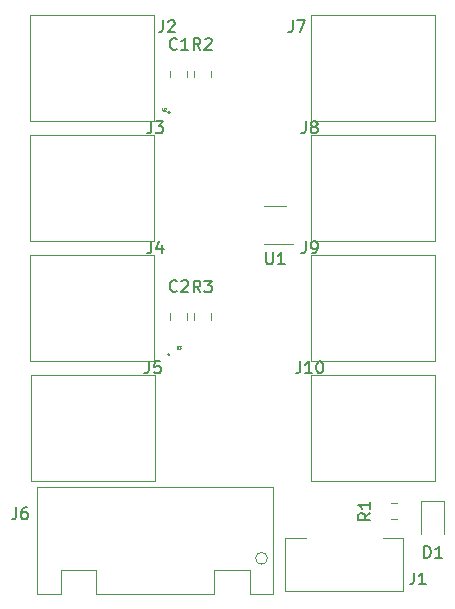
<source format=gbr>
G04 #@! TF.GenerationSoftware,KiCad,Pcbnew,(5.1.0)-1*
G04 #@! TF.CreationDate,2020-02-18T23:46:36-06:00*
G04 #@! TF.ProjectId,USBMuxV1,5553424d-7578-4563-912e-6b696361645f,rev?*
G04 #@! TF.SameCoordinates,Original*
G04 #@! TF.FileFunction,Legend,Top*
G04 #@! TF.FilePolarity,Positive*
%FSLAX46Y46*%
G04 Gerber Fmt 4.6, Leading zero omitted, Abs format (unit mm)*
G04 Created by KiCad (PCBNEW (5.1.0)-1) date 2020-02-18 23:46:36*
%MOMM*%
%LPD*%
G04 APERTURE LIST*
%ADD10C,0.120000*%
%ADD11C,0.127000*%
%ADD12C,0.150000*%
%ADD13C,0.015000*%
G04 APERTURE END LIST*
D10*
X142250000Y-133750000D02*
X144000000Y-133750000D01*
X144000000Y-133750000D02*
X144000000Y-138250000D01*
X144000000Y-138250000D02*
X134000000Y-138250000D01*
X134000000Y-138250000D02*
X134000000Y-133750000D01*
X134000000Y-133750000D02*
X135750000Y-133750000D01*
D11*
X124220709Y-97750000D02*
G75*
G03X124220709Y-97750000I-70709J0D01*
G01*
X124220709Y-118250000D02*
G75*
G03X124220709Y-118250000I-70709J0D01*
G01*
D10*
X125710000Y-94786252D02*
X125710000Y-94263748D01*
X124290000Y-94786252D02*
X124290000Y-94263748D01*
X125710000Y-115286252D02*
X125710000Y-114763748D01*
X124290000Y-115286252D02*
X124290000Y-114763748D01*
X113000000Y-136000000D02*
X113000000Y-130000000D01*
X133000000Y-136000000D02*
X133000000Y-130000000D01*
X113000000Y-129500000D02*
X133000000Y-129500000D01*
X113000000Y-138500000D02*
X113000000Y-136000000D01*
X113000000Y-129500000D02*
X113000000Y-130000000D01*
X133000000Y-129500000D02*
X133000000Y-130000000D01*
X113000000Y-138500000D02*
X115000000Y-138500000D01*
X115000000Y-138500000D02*
X115000000Y-136500000D01*
X115000000Y-136500000D02*
X118000000Y-136500000D01*
X118000000Y-136500000D02*
X118000000Y-138500000D01*
X118000000Y-138500000D02*
X123000000Y-138500000D01*
X123000000Y-138500000D02*
X128000000Y-138500000D01*
X128000000Y-138500000D02*
X128000000Y-136500000D01*
X128000000Y-136500000D02*
X131000000Y-136500000D01*
X131000000Y-136500000D02*
X131000000Y-138500000D01*
X131000000Y-138500000D02*
X133000000Y-138500000D01*
X133000000Y-138500000D02*
X133000000Y-136000000D01*
X132500000Y-135500000D02*
G75*
G03X132500000Y-135500000I-500000J0D01*
G01*
X122920000Y-89480000D02*
X122920000Y-98480000D01*
X112420000Y-89480000D02*
X122920000Y-89480000D01*
X112420000Y-98480000D02*
X112420000Y-89480000D01*
X122920000Y-98480000D02*
X112420000Y-98480000D01*
X122920000Y-99640000D02*
X122920000Y-108640000D01*
X112420000Y-99640000D02*
X122920000Y-99640000D01*
X112420000Y-108640000D02*
X112420000Y-99640000D01*
X122920000Y-108640000D02*
X112420000Y-108640000D01*
X122920000Y-109800000D02*
X122920000Y-118800000D01*
X112420000Y-109800000D02*
X122920000Y-109800000D01*
X112420000Y-118800000D02*
X112420000Y-109800000D01*
X122920000Y-118800000D02*
X112420000Y-118800000D01*
X123000000Y-119960000D02*
X123000000Y-128960000D01*
X112500000Y-119960000D02*
X123000000Y-119960000D01*
X112500000Y-128960000D02*
X112500000Y-119960000D01*
X123000000Y-128960000D02*
X112500000Y-128960000D01*
X136160000Y-98480000D02*
X136160000Y-89480000D01*
X146660000Y-98480000D02*
X136160000Y-98480000D01*
X146660000Y-89480000D02*
X146660000Y-98480000D01*
X136160000Y-89480000D02*
X146660000Y-89480000D01*
X136160000Y-108640000D02*
X136160000Y-99640000D01*
X146660000Y-108640000D02*
X136160000Y-108640000D01*
X146660000Y-99640000D02*
X146660000Y-108640000D01*
X136160000Y-99640000D02*
X146660000Y-99640000D01*
X136160000Y-118800000D02*
X136160000Y-109800000D01*
X146660000Y-118800000D02*
X136160000Y-118800000D01*
X146660000Y-109800000D02*
X146660000Y-118800000D01*
X136160000Y-109800000D02*
X146660000Y-109800000D01*
X136160000Y-128960000D02*
X136160000Y-119960000D01*
X146660000Y-128960000D02*
X136160000Y-128960000D01*
X146660000Y-119960000D02*
X146660000Y-128960000D01*
X136160000Y-119960000D02*
X146660000Y-119960000D01*
X147460000Y-133475000D02*
X147460000Y-130615000D01*
X147460000Y-130615000D02*
X145540000Y-130615000D01*
X145540000Y-130615000D02*
X145540000Y-133475000D01*
X142963748Y-130790000D02*
X143486252Y-130790000D01*
X142963748Y-132210000D02*
X143486252Y-132210000D01*
X127710000Y-94786252D02*
X127710000Y-94263748D01*
X126290000Y-94786252D02*
X126290000Y-94263748D01*
X126290000Y-115286252D02*
X126290000Y-114763748D01*
X127710000Y-115286252D02*
X127710000Y-114763748D01*
X134050000Y-105640000D02*
X132250000Y-105640000D01*
X132250000Y-108860000D02*
X134700000Y-108860000D01*
D12*
X144916666Y-136702380D02*
X144916666Y-137416666D01*
X144869047Y-137559523D01*
X144773809Y-137654761D01*
X144630952Y-137702380D01*
X144535714Y-137702380D01*
X145916666Y-137702380D02*
X145345238Y-137702380D01*
X145630952Y-137702380D02*
X145630952Y-136702380D01*
X145535714Y-136845238D01*
X145440476Y-136940476D01*
X145345238Y-136988095D01*
D13*
X123597552Y-97390428D02*
X123597552Y-97552404D01*
X123607080Y-97571460D01*
X123616608Y-97580988D01*
X123635664Y-97590516D01*
X123673776Y-97590516D01*
X123692832Y-97580988D01*
X123702360Y-97571460D01*
X123711888Y-97552404D01*
X123711888Y-97390428D01*
X123797640Y-97409484D02*
X123807168Y-97399956D01*
X123826224Y-97390428D01*
X123873864Y-97390428D01*
X123892920Y-97399956D01*
X123902448Y-97409484D01*
X123911976Y-97428540D01*
X123911976Y-97447596D01*
X123902448Y-97476180D01*
X123788112Y-97590516D01*
X123911976Y-97590516D01*
X124832545Y-117562622D02*
X124832545Y-117724598D01*
X124842073Y-117743654D01*
X124851601Y-117753182D01*
X124870657Y-117762710D01*
X124908769Y-117762710D01*
X124927825Y-117753182D01*
X124937353Y-117743654D01*
X124946881Y-117724598D01*
X124946881Y-117562622D01*
X125023105Y-117562622D02*
X125146969Y-117562622D01*
X125080273Y-117638846D01*
X125108857Y-117638846D01*
X125127913Y-117648374D01*
X125137441Y-117657902D01*
X125146969Y-117676958D01*
X125146969Y-117724598D01*
X125137441Y-117743654D01*
X125127913Y-117753182D01*
X125108857Y-117762710D01*
X125051689Y-117762710D01*
X125032633Y-117753182D01*
X125023105Y-117743654D01*
D12*
X124833333Y-92357142D02*
X124785714Y-92404761D01*
X124642857Y-92452380D01*
X124547619Y-92452380D01*
X124404761Y-92404761D01*
X124309523Y-92309523D01*
X124261904Y-92214285D01*
X124214285Y-92023809D01*
X124214285Y-91880952D01*
X124261904Y-91690476D01*
X124309523Y-91595238D01*
X124404761Y-91500000D01*
X124547619Y-91452380D01*
X124642857Y-91452380D01*
X124785714Y-91500000D01*
X124833333Y-91547619D01*
X125785714Y-92452380D02*
X125214285Y-92452380D01*
X125500000Y-92452380D02*
X125500000Y-91452380D01*
X125404761Y-91595238D01*
X125309523Y-91690476D01*
X125214285Y-91738095D01*
X124833333Y-112857142D02*
X124785714Y-112904761D01*
X124642857Y-112952380D01*
X124547619Y-112952380D01*
X124404761Y-112904761D01*
X124309523Y-112809523D01*
X124261904Y-112714285D01*
X124214285Y-112523809D01*
X124214285Y-112380952D01*
X124261904Y-112190476D01*
X124309523Y-112095238D01*
X124404761Y-112000000D01*
X124547619Y-111952380D01*
X124642857Y-111952380D01*
X124785714Y-112000000D01*
X124833333Y-112047619D01*
X125214285Y-112047619D02*
X125261904Y-112000000D01*
X125357142Y-111952380D01*
X125595238Y-111952380D01*
X125690476Y-112000000D01*
X125738095Y-112047619D01*
X125785714Y-112142857D01*
X125785714Y-112238095D01*
X125738095Y-112380952D01*
X125166666Y-112952380D01*
X125785714Y-112952380D01*
X111236666Y-131182380D02*
X111236666Y-131896666D01*
X111189047Y-132039523D01*
X111093809Y-132134761D01*
X110950952Y-132182380D01*
X110855714Y-132182380D01*
X112141428Y-131182380D02*
X111950952Y-131182380D01*
X111855714Y-131230000D01*
X111808095Y-131277619D01*
X111712857Y-131420476D01*
X111665238Y-131610952D01*
X111665238Y-131991904D01*
X111712857Y-132087142D01*
X111760476Y-132134761D01*
X111855714Y-132182380D01*
X112046190Y-132182380D01*
X112141428Y-132134761D01*
X112189047Y-132087142D01*
X112236666Y-131991904D01*
X112236666Y-131753809D01*
X112189047Y-131658571D01*
X112141428Y-131610952D01*
X112046190Y-131563333D01*
X111855714Y-131563333D01*
X111760476Y-131610952D01*
X111712857Y-131658571D01*
X111665238Y-131753809D01*
X123666666Y-89952380D02*
X123666666Y-90666666D01*
X123619047Y-90809523D01*
X123523809Y-90904761D01*
X123380952Y-90952380D01*
X123285714Y-90952380D01*
X124095238Y-90047619D02*
X124142857Y-90000000D01*
X124238095Y-89952380D01*
X124476190Y-89952380D01*
X124571428Y-90000000D01*
X124619047Y-90047619D01*
X124666666Y-90142857D01*
X124666666Y-90238095D01*
X124619047Y-90380952D01*
X124047619Y-90952380D01*
X124666666Y-90952380D01*
X122666666Y-98512380D02*
X122666666Y-99226666D01*
X122619047Y-99369523D01*
X122523809Y-99464761D01*
X122380952Y-99512380D01*
X122285714Y-99512380D01*
X123047619Y-98512380D02*
X123666666Y-98512380D01*
X123333333Y-98893333D01*
X123476190Y-98893333D01*
X123571428Y-98940952D01*
X123619047Y-98988571D01*
X123666666Y-99083809D01*
X123666666Y-99321904D01*
X123619047Y-99417142D01*
X123571428Y-99464761D01*
X123476190Y-99512380D01*
X123190476Y-99512380D01*
X123095238Y-99464761D01*
X123047619Y-99417142D01*
X122666666Y-108672380D02*
X122666666Y-109386666D01*
X122619047Y-109529523D01*
X122523809Y-109624761D01*
X122380952Y-109672380D01*
X122285714Y-109672380D01*
X123571428Y-109005714D02*
X123571428Y-109672380D01*
X123333333Y-108624761D02*
X123095238Y-109339047D01*
X123714285Y-109339047D01*
X122476666Y-118832380D02*
X122476666Y-119546666D01*
X122429047Y-119689523D01*
X122333809Y-119784761D01*
X122190952Y-119832380D01*
X122095714Y-119832380D01*
X123429047Y-118832380D02*
X122952857Y-118832380D01*
X122905238Y-119308571D01*
X122952857Y-119260952D01*
X123048095Y-119213333D01*
X123286190Y-119213333D01*
X123381428Y-119260952D01*
X123429047Y-119308571D01*
X123476666Y-119403809D01*
X123476666Y-119641904D01*
X123429047Y-119737142D01*
X123381428Y-119784761D01*
X123286190Y-119832380D01*
X123048095Y-119832380D01*
X122952857Y-119784761D01*
X122905238Y-119737142D01*
X134666666Y-89952380D02*
X134666666Y-90666666D01*
X134619047Y-90809523D01*
X134523809Y-90904761D01*
X134380952Y-90952380D01*
X134285714Y-90952380D01*
X135047619Y-89952380D02*
X135714285Y-89952380D01*
X135285714Y-90952380D01*
X135746666Y-98512380D02*
X135746666Y-99226666D01*
X135699047Y-99369523D01*
X135603809Y-99464761D01*
X135460952Y-99512380D01*
X135365714Y-99512380D01*
X136365714Y-98940952D02*
X136270476Y-98893333D01*
X136222857Y-98845714D01*
X136175238Y-98750476D01*
X136175238Y-98702857D01*
X136222857Y-98607619D01*
X136270476Y-98560000D01*
X136365714Y-98512380D01*
X136556190Y-98512380D01*
X136651428Y-98560000D01*
X136699047Y-98607619D01*
X136746666Y-98702857D01*
X136746666Y-98750476D01*
X136699047Y-98845714D01*
X136651428Y-98893333D01*
X136556190Y-98940952D01*
X136365714Y-98940952D01*
X136270476Y-98988571D01*
X136222857Y-99036190D01*
X136175238Y-99131428D01*
X136175238Y-99321904D01*
X136222857Y-99417142D01*
X136270476Y-99464761D01*
X136365714Y-99512380D01*
X136556190Y-99512380D01*
X136651428Y-99464761D01*
X136699047Y-99417142D01*
X136746666Y-99321904D01*
X136746666Y-99131428D01*
X136699047Y-99036190D01*
X136651428Y-98988571D01*
X136556190Y-98940952D01*
X135746666Y-108672380D02*
X135746666Y-109386666D01*
X135699047Y-109529523D01*
X135603809Y-109624761D01*
X135460952Y-109672380D01*
X135365714Y-109672380D01*
X136270476Y-109672380D02*
X136460952Y-109672380D01*
X136556190Y-109624761D01*
X136603809Y-109577142D01*
X136699047Y-109434285D01*
X136746666Y-109243809D01*
X136746666Y-108862857D01*
X136699047Y-108767619D01*
X136651428Y-108720000D01*
X136556190Y-108672380D01*
X136365714Y-108672380D01*
X136270476Y-108720000D01*
X136222857Y-108767619D01*
X136175238Y-108862857D01*
X136175238Y-109100952D01*
X136222857Y-109196190D01*
X136270476Y-109243809D01*
X136365714Y-109291428D01*
X136556190Y-109291428D01*
X136651428Y-109243809D01*
X136699047Y-109196190D01*
X136746666Y-109100952D01*
X135270476Y-118832380D02*
X135270476Y-119546666D01*
X135222857Y-119689523D01*
X135127619Y-119784761D01*
X134984761Y-119832380D01*
X134889523Y-119832380D01*
X136270476Y-119832380D02*
X135699047Y-119832380D01*
X135984761Y-119832380D02*
X135984761Y-118832380D01*
X135889523Y-118975238D01*
X135794285Y-119070476D01*
X135699047Y-119118095D01*
X136889523Y-118832380D02*
X136984761Y-118832380D01*
X137080000Y-118880000D01*
X137127619Y-118927619D01*
X137175238Y-119022857D01*
X137222857Y-119213333D01*
X137222857Y-119451428D01*
X137175238Y-119641904D01*
X137127619Y-119737142D01*
X137080000Y-119784761D01*
X136984761Y-119832380D01*
X136889523Y-119832380D01*
X136794285Y-119784761D01*
X136746666Y-119737142D01*
X136699047Y-119641904D01*
X136651428Y-119451428D01*
X136651428Y-119213333D01*
X136699047Y-119022857D01*
X136746666Y-118927619D01*
X136794285Y-118880000D01*
X136889523Y-118832380D01*
X145761904Y-135452380D02*
X145761904Y-134452380D01*
X146000000Y-134452380D01*
X146142857Y-134500000D01*
X146238095Y-134595238D01*
X146285714Y-134690476D01*
X146333333Y-134880952D01*
X146333333Y-135023809D01*
X146285714Y-135214285D01*
X146238095Y-135309523D01*
X146142857Y-135404761D01*
X146000000Y-135452380D01*
X145761904Y-135452380D01*
X147285714Y-135452380D02*
X146714285Y-135452380D01*
X147000000Y-135452380D02*
X147000000Y-134452380D01*
X146904761Y-134595238D01*
X146809523Y-134690476D01*
X146714285Y-134738095D01*
X141202380Y-131666666D02*
X140726190Y-132000000D01*
X141202380Y-132238095D02*
X140202380Y-132238095D01*
X140202380Y-131857142D01*
X140250000Y-131761904D01*
X140297619Y-131714285D01*
X140392857Y-131666666D01*
X140535714Y-131666666D01*
X140630952Y-131714285D01*
X140678571Y-131761904D01*
X140726190Y-131857142D01*
X140726190Y-132238095D01*
X141202380Y-130714285D02*
X141202380Y-131285714D01*
X141202380Y-131000000D02*
X140202380Y-131000000D01*
X140345238Y-131095238D01*
X140440476Y-131190476D01*
X140488095Y-131285714D01*
X126833333Y-92452380D02*
X126500000Y-91976190D01*
X126261904Y-92452380D02*
X126261904Y-91452380D01*
X126642857Y-91452380D01*
X126738095Y-91500000D01*
X126785714Y-91547619D01*
X126833333Y-91642857D01*
X126833333Y-91785714D01*
X126785714Y-91880952D01*
X126738095Y-91928571D01*
X126642857Y-91976190D01*
X126261904Y-91976190D01*
X127214285Y-91547619D02*
X127261904Y-91500000D01*
X127357142Y-91452380D01*
X127595238Y-91452380D01*
X127690476Y-91500000D01*
X127738095Y-91547619D01*
X127785714Y-91642857D01*
X127785714Y-91738095D01*
X127738095Y-91880952D01*
X127166666Y-92452380D01*
X127785714Y-92452380D01*
X126833333Y-112977380D02*
X126500000Y-112501190D01*
X126261904Y-112977380D02*
X126261904Y-111977380D01*
X126642857Y-111977380D01*
X126738095Y-112025000D01*
X126785714Y-112072619D01*
X126833333Y-112167857D01*
X126833333Y-112310714D01*
X126785714Y-112405952D01*
X126738095Y-112453571D01*
X126642857Y-112501190D01*
X126261904Y-112501190D01*
X127166666Y-111977380D02*
X127785714Y-111977380D01*
X127452380Y-112358333D01*
X127595238Y-112358333D01*
X127690476Y-112405952D01*
X127738095Y-112453571D01*
X127785714Y-112548809D01*
X127785714Y-112786904D01*
X127738095Y-112882142D01*
X127690476Y-112929761D01*
X127595238Y-112977380D01*
X127309523Y-112977380D01*
X127214285Y-112929761D01*
X127166666Y-112882142D01*
X132388095Y-109602380D02*
X132388095Y-110411904D01*
X132435714Y-110507142D01*
X132483333Y-110554761D01*
X132578571Y-110602380D01*
X132769047Y-110602380D01*
X132864285Y-110554761D01*
X132911904Y-110507142D01*
X132959523Y-110411904D01*
X132959523Y-109602380D01*
X133959523Y-110602380D02*
X133388095Y-110602380D01*
X133673809Y-110602380D02*
X133673809Y-109602380D01*
X133578571Y-109745238D01*
X133483333Y-109840476D01*
X133388095Y-109888095D01*
M02*

</source>
